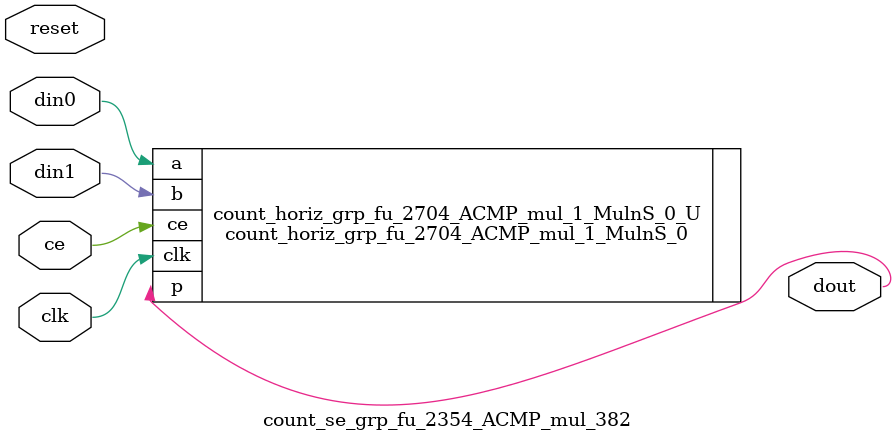
<source format=v>

`timescale 1 ns / 1 ps
module count_se_grp_fu_2354_ACMP_mul_382(
    clk,
    reset,
    ce,
    din0,
    din1,
    dout);

parameter ID = 32'd1;
parameter NUM_STAGE = 32'd1;
parameter din0_WIDTH = 32'd1;
parameter din1_WIDTH = 32'd1;
parameter dout_WIDTH = 32'd1;
input clk;
input reset;
input ce;
input[din0_WIDTH - 1:0] din0;
input[din1_WIDTH - 1:0] din1;
output[dout_WIDTH - 1:0] dout;



count_horiz_grp_fu_2704_ACMP_mul_1_MulnS_0 count_horiz_grp_fu_2704_ACMP_mul_1_MulnS_0_U(
    .clk( clk ),
    .ce( ce ),
    .a( din0 ),
    .b( din1 ),
    .p( dout ));

endmodule

</source>
